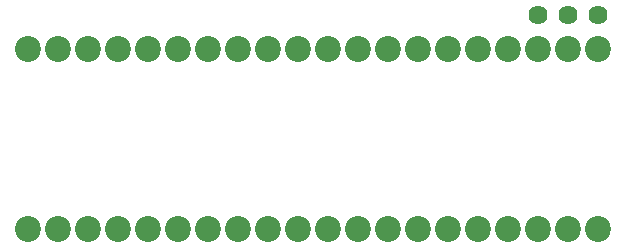
<source format=gts>
G75*
%MOIN*%
%OFA0B0*%
%FSLAX25Y25*%
%IPPOS*%
%LPD*%
%AMOC8*
5,1,8,0,0,1.08239X$1,22.5*
%
%ADD10C,0.08661*%
%ADD11C,0.06394*%
D10*
X0010800Y0009950D03*
X0020800Y0009950D03*
X0030800Y0009950D03*
X0040800Y0009950D03*
X0050800Y0009950D03*
X0060800Y0009950D03*
X0070800Y0009950D03*
X0080800Y0009950D03*
X0090800Y0009950D03*
X0100800Y0009950D03*
X0110800Y0009950D03*
X0120800Y0009950D03*
X0130800Y0009950D03*
X0140800Y0009950D03*
X0150800Y0009950D03*
X0160800Y0009950D03*
X0170800Y0009950D03*
X0180800Y0009950D03*
X0190800Y0009950D03*
X0200800Y0009950D03*
X0200800Y0069950D03*
X0190800Y0069950D03*
X0180800Y0069950D03*
X0170800Y0069950D03*
X0160800Y0069950D03*
X0150800Y0069950D03*
X0140800Y0069950D03*
X0130800Y0069950D03*
X0120800Y0069950D03*
X0110800Y0069950D03*
X0100800Y0069950D03*
X0090800Y0069950D03*
X0080800Y0069950D03*
X0070800Y0069950D03*
X0060800Y0069950D03*
X0050800Y0069950D03*
X0040800Y0069950D03*
X0030800Y0069950D03*
X0020800Y0069950D03*
X0010800Y0069950D03*
D11*
X0180800Y0081200D03*
X0190800Y0081200D03*
X0200800Y0081200D03*
M02*

</source>
